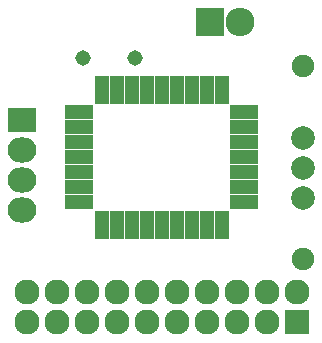
<source format=gbr>
G04 #@! TF.FileFunction,Soldermask,Top*
%FSLAX46Y46*%
G04 Gerber Fmt 4.6, Leading zero omitted, Abs format (unit mm)*
G04 Created by KiCad (PCBNEW (2015-10-03 BZR 6242)-product) date Sat 14 Nov 2015 03:55:45 PM EET*
%MOMM*%
G01*
G04 APERTURE LIST*
%ADD10C,0.100000*%
%ADD11R,2.432000X1.162000*%
%ADD12R,1.162000X2.432000*%
%ADD13C,2.000000*%
%ADD14C,1.309320*%
%ADD15R,2.432000X2.432000*%
%ADD16O,2.432000X2.432000*%
%ADD17R,2.127200X2.127200*%
%ADD18O,2.127200X2.127200*%
%ADD19R,2.432000X2.127200*%
%ADD20O,2.432000X2.127200*%
%ADD21C,1.900000*%
G04 APERTURE END LIST*
D10*
D11*
X155575000Y-106680000D03*
X155575000Y-105410000D03*
X155575000Y-104140000D03*
X155575000Y-102870000D03*
D12*
X153670000Y-100965000D03*
X152400000Y-100965000D03*
X151130000Y-100965000D03*
X149860000Y-100965000D03*
X148590000Y-100965000D03*
X147320000Y-100965000D03*
X146050000Y-100965000D03*
X144780000Y-100965000D03*
X143510000Y-100965000D03*
D11*
X141605000Y-102870000D03*
X141605000Y-104140000D03*
X141605000Y-105410000D03*
X141605000Y-106680000D03*
X141605000Y-107950000D03*
X141605000Y-109220000D03*
X141605000Y-110490000D03*
D12*
X143510000Y-112395000D03*
X144780000Y-112395000D03*
X146050000Y-112395000D03*
X147320000Y-112395000D03*
X148590000Y-112395000D03*
X149860000Y-112395000D03*
X151130000Y-112395000D03*
X152400000Y-112395000D03*
X153670000Y-112395000D03*
D11*
X155575000Y-110490000D03*
X155575000Y-109220000D03*
X155575000Y-107950000D03*
D13*
X160528000Y-107569000D03*
X160528000Y-110109000D03*
X160528000Y-105029000D03*
D14*
X141945360Y-98264040D03*
X146344640Y-98264040D03*
D15*
X152654000Y-95250000D03*
D16*
X155194000Y-95250000D03*
D17*
X160020000Y-120650000D03*
D18*
X160020000Y-118110000D03*
X157480000Y-120650000D03*
X157480000Y-118110000D03*
X154940000Y-120650000D03*
X154940000Y-118110000D03*
X152400000Y-120650000D03*
X152400000Y-118110000D03*
X149860000Y-120650000D03*
X149860000Y-118110000D03*
X147320000Y-120650000D03*
X147320000Y-118110000D03*
X144780000Y-120650000D03*
X144780000Y-118110000D03*
X142240000Y-120650000D03*
X142240000Y-118110000D03*
X139700000Y-120650000D03*
X139700000Y-118110000D03*
X137160000Y-120650000D03*
X137160000Y-118110000D03*
D19*
X136779000Y-103505000D03*
D20*
X136779000Y-106045000D03*
X136779000Y-108585000D03*
X136779000Y-111125000D03*
D21*
X160528000Y-115316000D03*
X160528000Y-98958400D03*
M02*

</source>
